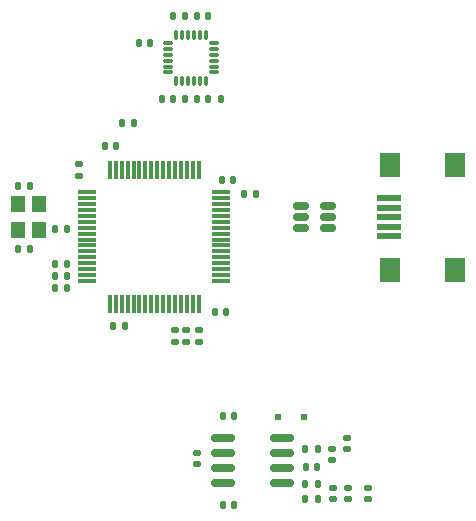
<source format=gtp>
%TF.GenerationSoftware,KiCad,Pcbnew,(6.0.5)*%
%TF.CreationDate,2022-06-08T19:33:45-04:00*%
%TF.ProjectId,FlightController,466c6967-6874-4436-9f6e-74726f6c6c65,rev?*%
%TF.SameCoordinates,Original*%
%TF.FileFunction,Paste,Top*%
%TF.FilePolarity,Positive*%
%FSLAX46Y46*%
G04 Gerber Fmt 4.6, Leading zero omitted, Abs format (unit mm)*
G04 Created by KiCad (PCBNEW (6.0.5)) date 2022-06-08 19:33:45*
%MOMM*%
%LPD*%
G01*
G04 APERTURE LIST*
G04 Aperture macros list*
%AMRoundRect*
0 Rectangle with rounded corners*
0 $1 Rounding radius*
0 $2 $3 $4 $5 $6 $7 $8 $9 X,Y pos of 4 corners*
0 Add a 4 corners polygon primitive as box body*
4,1,4,$2,$3,$4,$5,$6,$7,$8,$9,$2,$3,0*
0 Add four circle primitives for the rounded corners*
1,1,$1+$1,$2,$3*
1,1,$1+$1,$4,$5*
1,1,$1+$1,$6,$7*
1,1,$1+$1,$8,$9*
0 Add four rect primitives between the rounded corners*
20,1,$1+$1,$2,$3,$4,$5,0*
20,1,$1+$1,$4,$5,$6,$7,0*
20,1,$1+$1,$6,$7,$8,$9,0*
20,1,$1+$1,$8,$9,$2,$3,0*%
G04 Aperture macros list end*
%ADD10RoundRect,0.140000X0.140000X0.170000X-0.140000X0.170000X-0.140000X-0.170000X0.140000X-0.170000X0*%
%ADD11RoundRect,0.135000X-0.185000X0.135000X-0.185000X-0.135000X0.185000X-0.135000X0.185000X0.135000X0*%
%ADD12RoundRect,0.147500X-0.147500X-0.172500X0.147500X-0.172500X0.147500X0.172500X-0.147500X0.172500X0*%
%ADD13RoundRect,0.140000X-0.140000X-0.170000X0.140000X-0.170000X0.140000X0.170000X-0.140000X0.170000X0*%
%ADD14RoundRect,0.135000X-0.135000X-0.185000X0.135000X-0.185000X0.135000X0.185000X-0.135000X0.185000X0*%
%ADD15R,0.500000X0.500000*%
%ADD16RoundRect,0.140000X-0.170000X0.140000X-0.170000X-0.140000X0.170000X-0.140000X0.170000X0.140000X0*%
%ADD17RoundRect,0.150000X-0.825000X-0.150000X0.825000X-0.150000X0.825000X0.150000X-0.825000X0.150000X0*%
%ADD18RoundRect,0.147500X-0.172500X0.147500X-0.172500X-0.147500X0.172500X-0.147500X0.172500X0.147500X0*%
%ADD19RoundRect,0.140000X0.170000X-0.140000X0.170000X0.140000X-0.170000X0.140000X-0.170000X-0.140000X0*%
%ADD20R,1.700000X2.000000*%
%ADD21R,2.000000X0.500000*%
%ADD22RoundRect,0.075000X-0.075000X0.350000X-0.075000X-0.350000X0.075000X-0.350000X0.075000X0.350000X0*%
%ADD23RoundRect,0.075000X0.350000X0.075000X-0.350000X0.075000X-0.350000X-0.075000X0.350000X-0.075000X0*%
%ADD24RoundRect,0.135000X0.135000X0.185000X-0.135000X0.185000X-0.135000X-0.185000X0.135000X-0.185000X0*%
%ADD25RoundRect,0.075000X-0.700000X-0.075000X0.700000X-0.075000X0.700000X0.075000X-0.700000X0.075000X0*%
%ADD26RoundRect,0.075000X-0.075000X-0.700000X0.075000X-0.700000X0.075000X0.700000X-0.075000X0.700000X0*%
%ADD27RoundRect,0.150000X0.512500X0.150000X-0.512500X0.150000X-0.512500X-0.150000X0.512500X-0.150000X0*%
%ADD28R,1.200000X1.400000*%
G04 APERTURE END LIST*
D10*
%TO.C,C17*%
X134000000Y-101860000D03*
X134960000Y-101860000D03*
%TD*%
%TO.C,C24*%
X143000000Y-86860000D03*
X143960000Y-86860000D03*
%TD*%
D11*
%TO.C,R8*%
X144094333Y-107462348D03*
X144094333Y-106442348D03*
%TD*%
D12*
%TO.C,L2*%
X134980000Y-102860000D03*
X134010000Y-102860000D03*
%TD*%
D13*
%TO.C,C14*%
X139132867Y-90860000D03*
X138172867Y-90860000D03*
%TD*%
D14*
%TO.C,R7*%
X156201936Y-119475527D03*
X155181936Y-119475527D03*
%TD*%
D13*
%TO.C,C5*%
X149171936Y-113725527D03*
X148211936Y-113725527D03*
%TD*%
D15*
%TO.C,D1*%
X155041936Y-113750000D03*
X152841936Y-113750000D03*
%TD*%
D16*
%TO.C,C10*%
X146194598Y-107412267D03*
X146194598Y-106452267D03*
%TD*%
D11*
%TO.C,R9*%
X145094333Y-107462348D03*
X145094333Y-106442348D03*
%TD*%
D16*
%TO.C,C3*%
X157441936Y-117455527D03*
X157441936Y-116495527D03*
%TD*%
D13*
%TO.C,C21*%
X146960000Y-79860000D03*
X146000000Y-79860000D03*
%TD*%
D10*
%TO.C,C16*%
X134000000Y-100860000D03*
X134960000Y-100860000D03*
%TD*%
D13*
%TO.C,C4*%
X149171936Y-121225527D03*
X148211936Y-121225527D03*
%TD*%
%TO.C,C22*%
X142042228Y-82091091D03*
X141082228Y-82091091D03*
%TD*%
D17*
%TO.C,U3*%
X153166936Y-115570527D03*
X153166936Y-116840527D03*
X153166936Y-118110527D03*
X153166936Y-119380527D03*
X148216936Y-119380527D03*
X148216936Y-118110527D03*
X148216936Y-116840527D03*
X148216936Y-115570527D03*
%TD*%
D18*
%TO.C,L1*%
X158721414Y-116526017D03*
X158721414Y-115556017D03*
%TD*%
D10*
%TO.C,C9*%
X138925207Y-106043876D03*
X139885207Y-106043876D03*
%TD*%
D19*
%TO.C,C15*%
X157491157Y-119770554D03*
X157491157Y-120730554D03*
%TD*%
D20*
%TO.C,J2*%
X162380000Y-101310000D03*
X162380000Y-92410000D03*
X167830000Y-101310000D03*
X167830000Y-92410000D03*
D21*
X162280000Y-95260000D03*
X162280000Y-96060000D03*
X162280000Y-96860000D03*
X162280000Y-97660000D03*
X162280000Y-98460000D03*
%TD*%
D19*
%TO.C,C8*%
X135980000Y-92380000D03*
X135980000Y-93340000D03*
%TD*%
D22*
%TO.C,U2*%
X146730000Y-85310000D03*
X146230000Y-85310000D03*
X145730000Y-85310000D03*
X145230000Y-85310000D03*
X144730000Y-85310000D03*
X144230000Y-85310000D03*
D23*
X143530000Y-84610000D03*
X143530000Y-84110000D03*
X143530000Y-83610000D03*
X143530000Y-83110000D03*
X143530000Y-82610000D03*
X143530000Y-82110000D03*
D22*
X144230000Y-81410000D03*
X144730000Y-81410000D03*
X145230000Y-81410000D03*
X145730000Y-81410000D03*
X146230000Y-81410000D03*
X146730000Y-81410000D03*
D23*
X147430000Y-82110000D03*
X147430000Y-82610000D03*
X147430000Y-83110000D03*
X147430000Y-83610000D03*
X147430000Y-84110000D03*
X147430000Y-84610000D03*
%TD*%
D14*
%TO.C,R6*%
X147990000Y-86860000D03*
X146970000Y-86860000D03*
%TD*%
D19*
%TO.C,C18*%
X158743383Y-119770554D03*
X158743383Y-120730554D03*
%TD*%
D13*
%TO.C,C2*%
X156171936Y-117975527D03*
X155211936Y-117975527D03*
%TD*%
D18*
%TO.C,F1*%
X160441936Y-120746538D03*
X160441936Y-119776538D03*
%TD*%
D13*
%TO.C,C11*%
X148460000Y-104860000D03*
X147500000Y-104860000D03*
%TD*%
%TO.C,C6*%
X131843061Y-94213999D03*
X130883061Y-94213999D03*
%TD*%
D24*
%TO.C,R5*%
X144960000Y-86860000D03*
X145980000Y-86860000D03*
%TD*%
D16*
%TO.C,C1*%
X146016872Y-117773771D03*
X146016872Y-116813771D03*
%TD*%
D13*
%TO.C,C12*%
X150960000Y-94860000D03*
X150000000Y-94860000D03*
%TD*%
D25*
%TO.C,U1*%
X136705000Y-94760000D03*
X136705000Y-95260000D03*
X136705000Y-95760000D03*
X136705000Y-96260000D03*
X136705000Y-96760000D03*
X136705000Y-97260000D03*
X136705000Y-97760000D03*
X136705000Y-98260000D03*
X136705000Y-98760000D03*
X136705000Y-99260000D03*
X136705000Y-99760000D03*
X136705000Y-100260000D03*
X136705000Y-100760000D03*
X136705000Y-101260000D03*
X136705000Y-101760000D03*
X136705000Y-102260000D03*
D26*
X138630000Y-104185000D03*
X139130000Y-104185000D03*
X139630000Y-104185000D03*
X140130000Y-104185000D03*
X140630000Y-104185000D03*
X141130000Y-104185000D03*
X141630000Y-104185000D03*
X142130000Y-104185000D03*
X142630000Y-104185000D03*
X143130000Y-104185000D03*
X143630000Y-104185000D03*
X144130000Y-104185000D03*
X144630000Y-104185000D03*
X145130000Y-104185000D03*
X145630000Y-104185000D03*
X146130000Y-104185000D03*
D25*
X148055000Y-102260000D03*
X148055000Y-101760000D03*
X148055000Y-101260000D03*
X148055000Y-100760000D03*
X148055000Y-100260000D03*
X148055000Y-99760000D03*
X148055000Y-99260000D03*
X148055000Y-98760000D03*
X148055000Y-98260000D03*
X148055000Y-97760000D03*
X148055000Y-97260000D03*
X148055000Y-96760000D03*
X148055000Y-96260000D03*
X148055000Y-95760000D03*
X148055000Y-95260000D03*
X148055000Y-94760000D03*
D26*
X146130000Y-92835000D03*
X145630000Y-92835000D03*
X145130000Y-92835000D03*
X144630000Y-92835000D03*
X144130000Y-92835000D03*
X143630000Y-92835000D03*
X143130000Y-92835000D03*
X142630000Y-92835000D03*
X142130000Y-92835000D03*
X141630000Y-92835000D03*
X141130000Y-92835000D03*
X140630000Y-92835000D03*
X140130000Y-92835000D03*
X139630000Y-92835000D03*
X139130000Y-92835000D03*
X138630000Y-92835000D03*
%TD*%
D13*
%TO.C,C13*%
X149080000Y-93700000D03*
X148120000Y-93700000D03*
%TD*%
D10*
%TO.C,C7*%
X130883061Y-99574404D03*
X131843061Y-99574404D03*
%TD*%
D24*
%TO.C,R2*%
X155181936Y-120725527D03*
X156201936Y-120725527D03*
%TD*%
D13*
%TO.C,C23*%
X144960000Y-79860000D03*
X144000000Y-79860000D03*
%TD*%
D24*
%TO.C,R3*%
X139619726Y-88857033D03*
X140639726Y-88857033D03*
%TD*%
D14*
%TO.C,R1*%
X156201936Y-116475527D03*
X155181936Y-116475527D03*
%TD*%
D27*
%TO.C,U4*%
X154842500Y-97810000D03*
X154842500Y-96860000D03*
X154842500Y-95910000D03*
X157117500Y-95910000D03*
X157117500Y-96860000D03*
X157117500Y-97810000D03*
%TD*%
D28*
%TO.C,Y1*%
X132580000Y-95760000D03*
X132580000Y-97960000D03*
X130880000Y-97960000D03*
X130880000Y-95760000D03*
%TD*%
D24*
%TO.C,R4*%
X133970000Y-97860000D03*
X134990000Y-97860000D03*
%TD*%
M02*

</source>
